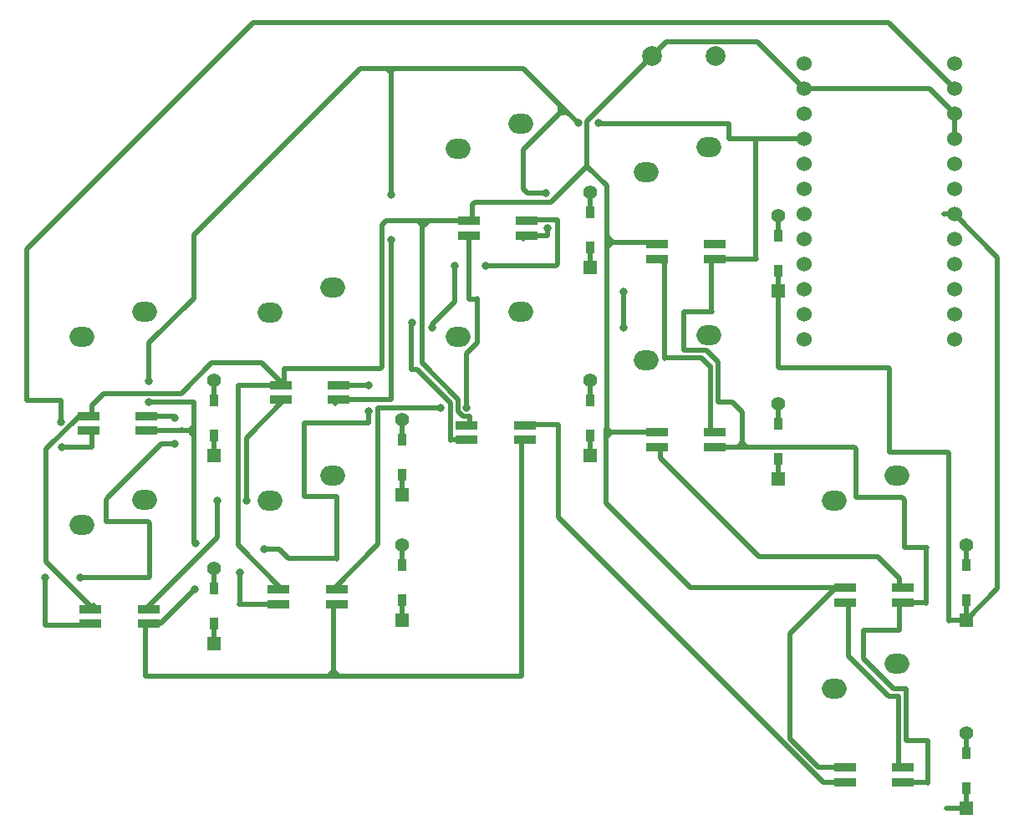
<source format=gbr>
G04 #@! TF.GenerationSoftware,KiCad,Pcbnew,7.0.9*
G04 #@! TF.CreationDate,2023-11-17T20:11:09+09:00*
G04 #@! TF.ProjectId,Assemble,41737365-6d62-46c6-952e-6b696361645f,rev?*
G04 #@! TF.SameCoordinates,Original*
G04 #@! TF.FileFunction,Copper,L2,Bot*
G04 #@! TF.FilePolarity,Positive*
%FSLAX46Y46*%
G04 Gerber Fmt 4.6, Leading zero omitted, Abs format (unit mm)*
G04 Created by KiCad (PCBNEW 7.0.9) date 2023-11-17 20:11:09*
%MOMM*%
%LPD*%
G01*
G04 APERTURE LIST*
G04 #@! TA.AperFunction,ComponentPad*
%ADD10C,2.000000*%
G04 #@! TD*
G04 #@! TA.AperFunction,SMDPad,CuDef*
%ADD11R,2.200000X0.820000*%
G04 #@! TD*
G04 #@! TA.AperFunction,ComponentPad*
%ADD12R,1.397000X1.397000*%
G04 #@! TD*
G04 #@! TA.AperFunction,SMDPad,CuDef*
%ADD13R,0.950000X1.300000*%
G04 #@! TD*
G04 #@! TA.AperFunction,ComponentPad*
%ADD14C,1.397000*%
G04 #@! TD*
G04 #@! TA.AperFunction,ComponentPad*
%ADD15O,2.500000X2.000000*%
G04 #@! TD*
G04 #@! TA.AperFunction,ComponentPad*
%ADD16C,1.524000*%
G04 #@! TD*
G04 #@! TA.AperFunction,ViaPad*
%ADD17C,0.800000*%
G04 #@! TD*
G04 #@! TA.AperFunction,Conductor*
%ADD18C,0.500000*%
G04 #@! TD*
G04 APERTURE END LIST*
D10*
X91356250Y-107156250D03*
X84856250Y-107156250D03*
D11*
X53175000Y-140493750D03*
X47275000Y-140493750D03*
X47275000Y-141993750D03*
X53175000Y-141993750D03*
D12*
X78581250Y-128587500D03*
D13*
X78581250Y-126552500D03*
X78581250Y-123002500D03*
D14*
X78581250Y-120967500D03*
D11*
X33687500Y-143625000D03*
X27787500Y-143625000D03*
X27787500Y-145125000D03*
X33687500Y-145125000D03*
D12*
X59531250Y-164306250D03*
D13*
X59531250Y-162271250D03*
X59531250Y-158721250D03*
D14*
X59531250Y-156686250D03*
D15*
X27146250Y-135572500D03*
X33496250Y-133032500D03*
D11*
X91275000Y-126250000D03*
X85375000Y-126250000D03*
X85375000Y-127750000D03*
X91275000Y-127750000D03*
X72006250Y-144550000D03*
X66106250Y-144550000D03*
X66106250Y-146050000D03*
X72006250Y-146050000D03*
D12*
X97631250Y-150018750D03*
D13*
X97631250Y-147983750D03*
X97631250Y-144433750D03*
D14*
X97631250Y-142398750D03*
D12*
X40481250Y-147637500D03*
D13*
X40481250Y-145602500D03*
X40481250Y-142052500D03*
D14*
X40481250Y-140017500D03*
D15*
X65246250Y-135572500D03*
X71596250Y-133032500D03*
D12*
X116681250Y-164306250D03*
D13*
X116681250Y-162271250D03*
X116681250Y-158721250D03*
D14*
X116681250Y-156686250D03*
D12*
X116681250Y-183356250D03*
D13*
X116681250Y-181321250D03*
X116681250Y-177771250D03*
D14*
X116681250Y-175736250D03*
D11*
X72225000Y-123825000D03*
X66325000Y-123825000D03*
X66325000Y-125325000D03*
X72225000Y-125325000D03*
X110325000Y-179212500D03*
X104425000Y-179212500D03*
X104425000Y-180712500D03*
X110325000Y-180712500D03*
X110325000Y-161000000D03*
X104425000Y-161000000D03*
X104425000Y-162500000D03*
X110325000Y-162500000D03*
X33906250Y-163175000D03*
X28006250Y-163175000D03*
X28006250Y-164675000D03*
X33906250Y-164675000D03*
X52956250Y-161175000D03*
X47056250Y-161175000D03*
X47056250Y-162675000D03*
X52956250Y-162675000D03*
D15*
X46196250Y-133191250D03*
X52546250Y-130651250D03*
X27146250Y-154622500D03*
X33496250Y-152082500D03*
X84296250Y-118903750D03*
X90646250Y-116363750D03*
X103346250Y-152241250D03*
X109696250Y-149701250D03*
X46196250Y-152241250D03*
X52546250Y-149701250D03*
X84296250Y-137953750D03*
X90646250Y-135413750D03*
D12*
X59531250Y-151635000D03*
D13*
X59531250Y-149600000D03*
X59531250Y-146050000D03*
D14*
X59531250Y-144015000D03*
D12*
X97631250Y-130968750D03*
D13*
X97631250Y-128933750D03*
X97631250Y-125383750D03*
D14*
X97631250Y-123348750D03*
D11*
X91275000Y-145300000D03*
X85375000Y-145300000D03*
X85375000Y-146800000D03*
X91275000Y-146800000D03*
D12*
X40481250Y-166687500D03*
D13*
X40481250Y-164652500D03*
X40481250Y-161102500D03*
D14*
X40481250Y-159067500D03*
D12*
X78581250Y-147637500D03*
D13*
X78581250Y-145602500D03*
X78581250Y-142052500D03*
D14*
X78581250Y-140017500D03*
D15*
X103346250Y-171291250D03*
X109696250Y-168751250D03*
X65246250Y-116522500D03*
X71596250Y-113982500D03*
D16*
X115550000Y-107960000D03*
X115550000Y-110500000D03*
X115550000Y-113040000D03*
X115550000Y-115580000D03*
X115550000Y-118120000D03*
X115550000Y-120660000D03*
X115550000Y-123200000D03*
X115550000Y-125740000D03*
X115550000Y-128280000D03*
X115550000Y-130820000D03*
X115550000Y-133360000D03*
X115550000Y-135900000D03*
X100310000Y-135900000D03*
X100310000Y-133360000D03*
X100310000Y-130820000D03*
X100310000Y-128280000D03*
X100310000Y-125740000D03*
X100310000Y-123200000D03*
X100310000Y-120660000D03*
X100310000Y-118120000D03*
X100310000Y-115580000D03*
X100310000Y-113040000D03*
X100310000Y-110500000D03*
X100310000Y-107960000D03*
D17*
X82000000Y-131040000D03*
X82000000Y-134680000D03*
X38620000Y-156530000D03*
X58500000Y-121210000D03*
X74280000Y-124599500D03*
X74140000Y-121070000D03*
X58500000Y-125750000D03*
X79440000Y-113970000D03*
X33960000Y-140060000D03*
X38570000Y-161170000D03*
X77425500Y-113970545D03*
X33900000Y-142189500D03*
X36580000Y-146450000D03*
X23410000Y-159970000D03*
X27010000Y-160000000D03*
X36580000Y-143800000D03*
X25090000Y-146760000D03*
X25035562Y-144265562D03*
X40820000Y-152240000D03*
X43809500Y-152240000D03*
X56160000Y-140500000D03*
X43120000Y-159510000D03*
X45580000Y-157080000D03*
X43120000Y-159510000D03*
X56200000Y-143110000D03*
X66110000Y-142770000D03*
X63490000Y-142830000D03*
X62589067Y-134710442D03*
X60600000Y-134130000D03*
X68060000Y-128390000D03*
X64910000Y-128430000D03*
D18*
X40481250Y-142052500D02*
X40481250Y-140017500D01*
X97631250Y-130968750D02*
X97631250Y-138651250D01*
X114820000Y-147330000D02*
X114970000Y-147480000D01*
X119890000Y-127540000D02*
X119890000Y-161097500D01*
X115550000Y-123200000D02*
X114472370Y-123200000D01*
X115550000Y-123200000D02*
X119890000Y-127540000D01*
X114970000Y-164360000D02*
X115023750Y-164306250D01*
X108840000Y-138770000D02*
X108940000Y-138870000D01*
X108940000Y-147330000D02*
X114820000Y-147330000D01*
X115023750Y-164306250D02*
X116681250Y-164306250D01*
X40481250Y-147637500D02*
X40481250Y-145602500D01*
X114970000Y-147480000D02*
X114970000Y-164360000D01*
X108940000Y-138870000D02*
X108940000Y-147330000D01*
X119890000Y-161097500D02*
X116681250Y-164306250D01*
X59531250Y-149600000D02*
X59531250Y-151635000D01*
X82000000Y-134680000D02*
X82000000Y-131040000D01*
X97750000Y-138770000D02*
X108840000Y-138770000D01*
X97631250Y-128933750D02*
X97631250Y-130968750D01*
X97631250Y-138651250D02*
X97750000Y-138770000D01*
X116681250Y-164306250D02*
X116681250Y-162271250D01*
X78581250Y-128587500D02*
X78581250Y-126552500D01*
X40481250Y-159067500D02*
X40481250Y-161102500D01*
X78581250Y-145602500D02*
X78581250Y-147637500D01*
X116681250Y-181321250D02*
X116681250Y-183356250D01*
X40481250Y-164652500D02*
X40481250Y-166687500D01*
X114686250Y-183356250D02*
X116681250Y-183356250D01*
X115680000Y-125740000D02*
X115720000Y-125700000D01*
X59531250Y-162271250D02*
X59531250Y-164306250D01*
X115550000Y-125740000D02*
X115680000Y-125740000D01*
X97631250Y-150018750D02*
X97631250Y-147983750D01*
X59531250Y-144015000D02*
X59531250Y-146050000D01*
X59531250Y-156686250D02*
X59531250Y-158721250D01*
X78581250Y-123002500D02*
X78581250Y-120967500D01*
X78581250Y-140017500D02*
X78581250Y-142052500D01*
X97631250Y-123348750D02*
X97631250Y-125383750D01*
X97631250Y-144433750D02*
X97631250Y-142398750D01*
X116681250Y-158721250D02*
X116681250Y-156686250D01*
X116681250Y-175736250D02*
X116681250Y-177771250D01*
X71640000Y-146066250D02*
X71640000Y-170000000D01*
X74140000Y-121070000D02*
X72270000Y-121070000D01*
X92710000Y-114010000D02*
X79480000Y-114010000D01*
X74330000Y-124649500D02*
X74280000Y-124599500D01*
X33556250Y-164675000D02*
X33556250Y-169986250D01*
X90925000Y-127750000D02*
X90925000Y-133015000D01*
X93980000Y-146350000D02*
X93580000Y-146750000D01*
X38520000Y-145100000D02*
X38520000Y-145670000D01*
X58500000Y-108820000D02*
X58070000Y-108390000D01*
X94460000Y-146760000D02*
X94050000Y-146760000D01*
X58500000Y-108390000D02*
X58070000Y-108390000D01*
X38140000Y-145125000D02*
X38140000Y-145030000D01*
X94040000Y-146350000D02*
X94050000Y-146350000D01*
X100310000Y-115580000D02*
X95490000Y-115580000D01*
X90925000Y-127750000D02*
X92031250Y-127750000D01*
X90390000Y-136980000D02*
X91580000Y-138170000D01*
X110190000Y-151860000D02*
X105550000Y-151860000D01*
X33337500Y-145125000D02*
X37155000Y-145125000D01*
X53130000Y-170000000D02*
X52110000Y-170000000D01*
X38520000Y-142230000D02*
X38520000Y-144650000D01*
X38460000Y-125270000D02*
X38460000Y-131740000D01*
X58070000Y-108390000D02*
X55340000Y-108390000D01*
X33337500Y-145256250D02*
X33337500Y-145125000D01*
X52606250Y-169210000D02*
X52606250Y-169503750D01*
X110630000Y-176500000D02*
X110590000Y-176460000D01*
X91580000Y-142170000D02*
X93000000Y-142170000D01*
X38140000Y-145030000D02*
X38140000Y-145290000D01*
X75577478Y-112122522D02*
X71844955Y-108390000D01*
X58500000Y-108960000D02*
X58500000Y-108820000D01*
X53137500Y-162675000D02*
X52606250Y-162675000D01*
X38570000Y-161170000D02*
X35065000Y-164675000D01*
X110440000Y-156900000D02*
X110440000Y-152110000D01*
X52825000Y-141993750D02*
X58376250Y-141993750D01*
X71875000Y-125325000D02*
X74285000Y-125325000D01*
X91580000Y-138170000D02*
X91580000Y-142170000D01*
X38479500Y-142189500D02*
X38520000Y-142230000D01*
X74285000Y-125325000D02*
X74330000Y-125370000D01*
X33556250Y-169986250D02*
X33570000Y-170000000D01*
X109975000Y-165255000D02*
X109975000Y-162500000D01*
X112840000Y-176500000D02*
X110630000Y-176500000D01*
X38495000Y-145125000D02*
X38520000Y-145100000D01*
X52606250Y-169210000D02*
X52606250Y-162675000D01*
X88130000Y-136950000D02*
X88160000Y-136980000D01*
X74330000Y-125370000D02*
X74330000Y-124649500D01*
X90935000Y-127760000D02*
X90925000Y-127750000D01*
X90975000Y-146750000D02*
X90925000Y-146800000D01*
X95470000Y-127760000D02*
X90935000Y-127760000D01*
X71656250Y-146050000D02*
X71640000Y-146066250D01*
X88160000Y-136980000D02*
X90390000Y-136980000D01*
X58376250Y-141993750D02*
X58450000Y-141920000D01*
X71844955Y-108390000D02*
X58790000Y-108390000D01*
X112630000Y-162580000D02*
X112630000Y-157050000D01*
X58500000Y-108960000D02*
X58500000Y-108680000D01*
X79480000Y-114010000D02*
X79440000Y-113970000D01*
X38140000Y-145125000D02*
X38495000Y-145125000D01*
X33570000Y-170000000D02*
X52110000Y-170000000D01*
X75577478Y-112932522D02*
X76007478Y-112932522D01*
X58450000Y-125800000D02*
X58500000Y-125750000D01*
X112840000Y-180800000D02*
X112840000Y-176500000D01*
X38520000Y-145670000D02*
X38520000Y-156430000D01*
X93580000Y-146750000D02*
X90975000Y-146750000D01*
X35065000Y-164675000D02*
X33556250Y-164675000D01*
X52606250Y-169503750D02*
X52110000Y-170000000D01*
X52606250Y-169210000D02*
X52606250Y-169476250D01*
X38520000Y-144650000D02*
X38520000Y-145100000D01*
X110480000Y-156940000D02*
X110440000Y-156900000D01*
X72270000Y-121070000D02*
X71840000Y-120640000D01*
X37280000Y-145000000D02*
X37155000Y-145125000D01*
X95480000Y-115570000D02*
X92710000Y-115570000D01*
X110440000Y-152110000D02*
X110190000Y-151860000D01*
X94050000Y-146350000D02*
X94460000Y-146760000D01*
X110590000Y-171240000D02*
X109390000Y-171240000D01*
X58500000Y-121210000D02*
X58500000Y-108960000D01*
X71640000Y-170000000D02*
X53130000Y-170000000D01*
X95490000Y-115580000D02*
X95420000Y-115510000D01*
X110590000Y-176460000D02*
X110590000Y-171240000D01*
X58500000Y-108960000D02*
X58500000Y-108390000D01*
X75577478Y-112932522D02*
X75577478Y-112122522D01*
X105550000Y-146930000D02*
X105380000Y-146760000D01*
X76197478Y-112742522D02*
X75577478Y-112122522D01*
X94040000Y-146350000D02*
X94040000Y-146750000D01*
X109920000Y-165310000D02*
X109975000Y-165255000D01*
X112752500Y-180712500D02*
X112840000Y-180800000D01*
X109975000Y-162500000D02*
X112550000Y-162500000D01*
X58450000Y-141920000D02*
X58450000Y-125800000D01*
X58500000Y-108680000D02*
X58790000Y-108390000D01*
X109975000Y-180712500D02*
X112752500Y-180712500D01*
X38520000Y-156430000D02*
X38620000Y-156530000D01*
X105380000Y-146760000D02*
X94460000Y-146760000D01*
X58790000Y-108390000D02*
X58500000Y-108390000D01*
X90980000Y-133070000D02*
X88130000Y-133070000D01*
X88130000Y-133070000D02*
X88130000Y-136950000D01*
X38140000Y-145030000D02*
X38520000Y-144650000D01*
X38140000Y-145290000D02*
X38520000Y-145670000D01*
X112630000Y-157050000D02*
X112740000Y-156940000D01*
X71840000Y-120640000D02*
X71840000Y-116670000D01*
X76007478Y-112932522D02*
X76197478Y-112742522D01*
X90925000Y-133015000D02*
X90980000Y-133070000D01*
X71840000Y-116670000D02*
X75577478Y-112932522D01*
X92710000Y-115570000D02*
X92710000Y-114010000D01*
X77425500Y-113970545D02*
X76197478Y-112742522D01*
X94050000Y-146760000D02*
X94040000Y-146750000D01*
X105550000Y-151860000D02*
X105550000Y-146930000D01*
X95490000Y-115580000D02*
X95480000Y-115570000D01*
X52825000Y-141993750D02*
X52825000Y-142347303D01*
X38460000Y-131740000D02*
X33960000Y-136240000D01*
X52606250Y-169476250D02*
X53130000Y-170000000D01*
X71875000Y-125325000D02*
X71875000Y-125678553D01*
X94040000Y-143210000D02*
X94040000Y-146350000D01*
X112740000Y-156940000D02*
X110480000Y-156940000D01*
X94040000Y-146750000D02*
X93580000Y-146750000D01*
X55340000Y-108390000D02*
X38460000Y-125270000D01*
X95420000Y-127710000D02*
X95470000Y-127760000D01*
X106330000Y-165310000D02*
X109920000Y-165310000D01*
X106330000Y-168180000D02*
X106330000Y-165310000D01*
X109390000Y-171240000D02*
X106330000Y-168180000D01*
X37155000Y-145125000D02*
X38140000Y-145125000D01*
X33960000Y-136240000D02*
X33960000Y-140060000D01*
X112550000Y-162500000D02*
X112630000Y-162580000D01*
X95420000Y-115510000D02*
X95420000Y-127710000D01*
X93000000Y-142170000D02*
X94040000Y-143210000D01*
X94040000Y-146350000D02*
X93980000Y-146350000D01*
X33900000Y-142189500D02*
X38479500Y-142189500D01*
X35200000Y-146450000D02*
X29850000Y-151800000D01*
X29560000Y-154290000D02*
X33810000Y-154290000D01*
X23410000Y-159970000D02*
X23410000Y-164850000D01*
X29850000Y-151800000D02*
X29560000Y-152090000D01*
X33337500Y-143625000D02*
X36405000Y-143625000D01*
X36580000Y-146450000D02*
X35200000Y-146450000D01*
X36405000Y-143625000D02*
X36580000Y-143800000D01*
X28181250Y-164850000D02*
X28356250Y-164675000D01*
X33810000Y-154290000D02*
X34030000Y-154510000D01*
X34030000Y-154510000D02*
X34030000Y-159900000D01*
X34030000Y-159900000D02*
X33930000Y-160000000D01*
X23410000Y-164850000D02*
X28181250Y-164850000D01*
X33930000Y-160000000D02*
X27010000Y-160000000D01*
X29560000Y-152090000D02*
X29560000Y-154290000D01*
X80280000Y-126060000D02*
X80970000Y-126060000D01*
X47406250Y-161175000D02*
X42960000Y-156728750D01*
X74640000Y-121950000D02*
X78275000Y-118315000D01*
X80280000Y-144940000D02*
X80640000Y-145300000D01*
X103515000Y-161000000D02*
X104775000Y-161000000D01*
X61740000Y-124335000D02*
X62250000Y-123825000D01*
X104775000Y-179212500D02*
X101712500Y-179212500D01*
X98870000Y-165645000D02*
X103515000Y-161000000D01*
X26877500Y-143625000D02*
X28137500Y-143625000D01*
X28356250Y-163175000D02*
X28356250Y-162821447D01*
X61740000Y-124350000D02*
X61740000Y-123825000D01*
X37180000Y-141340000D02*
X40300000Y-138220000D01*
X57560000Y-124240000D02*
X57975000Y-123825000D01*
X78275000Y-113737500D02*
X84856250Y-107156250D01*
X100310000Y-110500000D02*
X113010000Y-110500000D01*
X80970000Y-126060000D02*
X80950000Y-126060000D01*
X61200000Y-123825000D02*
X61740000Y-123825000D01*
X47625000Y-138790000D02*
X57410000Y-138790000D01*
X78275000Y-118315000D02*
X78275000Y-118170000D01*
X80270000Y-145810000D02*
X80270000Y-144950000D01*
X61580000Y-138260000D02*
X65260000Y-141940000D01*
X28137500Y-143625000D02*
X28137500Y-142532500D01*
X23540000Y-146962500D02*
X26877500Y-143625000D01*
X80280000Y-125390000D02*
X80280000Y-126060000D01*
X28137500Y-142532500D02*
X29330000Y-141340000D01*
X80780000Y-145300000D02*
X80270000Y-145810000D01*
X80970000Y-126060000D02*
X85535000Y-126060000D01*
X80890000Y-145300000D02*
X85725000Y-145300000D01*
X88820000Y-161000000D02*
X80270000Y-152450000D01*
X78275000Y-118315000D02*
X80280000Y-120320000D01*
X28356250Y-163175000D02*
X23540000Y-158358750D01*
X42960000Y-140520000D02*
X47598750Y-140520000D01*
X80280000Y-126590000D02*
X80280000Y-144940000D01*
X104775000Y-161000000D02*
X88820000Y-161000000D01*
X61580000Y-123985000D02*
X61580000Y-138260000D01*
X57410000Y-138790000D02*
X57560000Y-138640000D01*
X80890000Y-145300000D02*
X80780000Y-145300000D01*
X57560000Y-138640000D02*
X57560000Y-124240000D01*
X66675000Y-123825000D02*
X66675000Y-122255000D01*
X101712500Y-179212500D02*
X98870000Y-176370000D01*
X42960000Y-156728750D02*
X42960000Y-140520000D01*
X61740000Y-124350000D02*
X61740000Y-124335000D01*
X98870000Y-176370000D02*
X98870000Y-165645000D01*
X80280000Y-126060000D02*
X80280000Y-126590000D01*
X80950000Y-126060000D02*
X80280000Y-125390000D01*
X40300000Y-138220000D02*
X45351250Y-138220000D01*
X80640000Y-145300000D02*
X80890000Y-145300000D01*
X66980000Y-121950000D02*
X74640000Y-121950000D01*
X80280000Y-120320000D02*
X80280000Y-125390000D01*
X85535000Y-126060000D02*
X85725000Y-126250000D01*
X45351250Y-138220000D02*
X47625000Y-140493750D01*
X61725000Y-124350000D02*
X61200000Y-123825000D01*
X29330000Y-141340000D02*
X37180000Y-141340000D01*
X47598750Y-140520000D02*
X47625000Y-140493750D01*
X86306250Y-105706250D02*
X95516250Y-105706250D01*
X47625000Y-140493750D02*
X47625000Y-138790000D01*
X80970000Y-126060000D02*
X80810000Y-126060000D01*
X95516250Y-105706250D02*
X100310000Y-110500000D01*
X61740000Y-123825000D02*
X62250000Y-123825000D01*
X66675000Y-122255000D02*
X66980000Y-121950000D01*
X80810000Y-126060000D02*
X80280000Y-126590000D01*
X65260000Y-143122082D02*
X65757918Y-143620000D01*
X23540000Y-158358750D02*
X23540000Y-146962500D01*
X80270000Y-144950000D02*
X80280000Y-144940000D01*
X113010000Y-110500000D02*
X115550000Y-113040000D01*
X78275000Y-118315000D02*
X78275000Y-113737500D01*
X65260000Y-141940000D02*
X65260000Y-143122082D01*
X66456250Y-143620000D02*
X66456250Y-144550000D01*
X84856250Y-107156250D02*
X86306250Y-105706250D01*
X115550000Y-113040000D02*
X115550000Y-115580000D01*
X57975000Y-123825000D02*
X61200000Y-123825000D01*
X61740000Y-123825000D02*
X61580000Y-123985000D01*
X62250000Y-123825000D02*
X66675000Y-123825000D01*
X61740000Y-124350000D02*
X61725000Y-124350000D01*
X65757918Y-143620000D02*
X66456250Y-143620000D01*
X80270000Y-152450000D02*
X80270000Y-145810000D01*
X28080000Y-146760000D02*
X28137500Y-146817500D01*
X108820000Y-103740000D02*
X44530000Y-103740000D01*
X25090000Y-146760000D02*
X28080000Y-146760000D01*
X21570000Y-126700000D02*
X21570000Y-142060000D01*
X115640000Y-110560000D02*
X108820000Y-103740000D01*
X115550000Y-110500000D02*
X115610000Y-110560000D01*
X24990000Y-144220000D02*
X25035562Y-144265562D01*
X21570000Y-142060000D02*
X24990000Y-142060000D01*
X115610000Y-110560000D02*
X115640000Y-110560000D01*
X24990000Y-142060000D02*
X24990000Y-144220000D01*
X44530000Y-103740000D02*
X21570000Y-126700000D01*
X28137500Y-146817500D02*
X28137500Y-145125000D01*
X33556250Y-163175000D02*
X40820000Y-155911250D01*
X43809500Y-152240000D02*
X43800000Y-152230500D01*
X43800000Y-145818750D02*
X47625000Y-141993750D01*
X40820000Y-155911250D02*
X40820000Y-152240000D01*
X43800000Y-152230500D02*
X43800000Y-145818750D01*
X52831250Y-140500000D02*
X52825000Y-140493750D01*
X49690000Y-151820000D02*
X49690000Y-144350000D01*
X47406250Y-162675000D02*
X43075000Y-162675000D01*
X52940000Y-151790000D02*
X49720000Y-151790000D01*
X49720000Y-151790000D02*
X49690000Y-151820000D01*
X48100000Y-158070000D02*
X52980000Y-158070000D01*
X53010000Y-151860000D02*
X52940000Y-151790000D01*
X43120000Y-162600000D02*
X43120000Y-159510000D01*
X43075000Y-162675000D02*
X43060000Y-162660000D01*
X52980000Y-158070000D02*
X53010000Y-158100000D01*
X56160000Y-140500000D02*
X52831250Y-140500000D01*
X47110000Y-157080000D02*
X48100000Y-158070000D01*
X43060000Y-162660000D02*
X43120000Y-162600000D01*
X53010000Y-158100000D02*
X53010000Y-151860000D01*
X45580000Y-157080000D02*
X47110000Y-157080000D01*
X49690000Y-144350000D02*
X49630000Y-144290000D01*
X56200000Y-144290000D02*
X56200000Y-143110000D01*
X49630000Y-144290000D02*
X56200000Y-144290000D01*
X57150000Y-156610000D02*
X57150000Y-142830000D01*
X57180000Y-142800000D02*
X63460000Y-142800000D01*
X57150000Y-142830000D02*
X57180000Y-142800000D01*
X52606250Y-161153750D02*
X57150000Y-156610000D01*
X66110000Y-137260000D02*
X67210000Y-136160000D01*
X67130000Y-131770000D02*
X66330000Y-131770000D01*
X63460000Y-142800000D02*
X63490000Y-142830000D01*
X67160000Y-131740000D02*
X67130000Y-131770000D01*
X66110000Y-142770000D02*
X66110000Y-137260000D01*
X67210000Y-131790000D02*
X67160000Y-131740000D01*
X66330000Y-131770000D02*
X66330000Y-125670000D01*
X67210000Y-136160000D02*
X67210000Y-131790000D01*
X52606250Y-161175000D02*
X52606250Y-161153750D01*
X66330000Y-125670000D02*
X66675000Y-125325000D01*
X62589067Y-134330933D02*
X64910000Y-132010000D01*
X68060000Y-128390000D02*
X75140000Y-128390000D01*
X64550000Y-146050000D02*
X64470000Y-146130000D01*
X62589067Y-134710442D02*
X62589067Y-134330933D01*
X75140000Y-128390000D02*
X75290000Y-128240000D01*
X64910000Y-132010000D02*
X64910000Y-128430000D01*
X75290000Y-123750000D02*
X71950000Y-123750000D01*
X64380000Y-142210000D02*
X61080000Y-138910000D01*
X61080000Y-138910000D02*
X60500000Y-138910000D01*
X71950000Y-123750000D02*
X71875000Y-123825000D01*
X60500000Y-134230000D02*
X60600000Y-134130000D01*
X60500000Y-138910000D02*
X60500000Y-134230000D01*
X75290000Y-128240000D02*
X75290000Y-123750000D01*
X64470000Y-146130000D02*
X64470000Y-142300000D01*
X66456250Y-146050000D02*
X64550000Y-146050000D01*
X64470000Y-142300000D02*
X64380000Y-142210000D01*
X75420000Y-144470000D02*
X71736250Y-144470000D01*
X71736250Y-144470000D02*
X71656250Y-144550000D01*
X75420000Y-153909950D02*
X75420000Y-144470000D01*
X104775000Y-180712500D02*
X102222550Y-180712500D01*
X102222550Y-180712500D02*
X75420000Y-153909950D01*
X104810000Y-162535000D02*
X104775000Y-162500000D01*
X109975000Y-179212500D02*
X109830000Y-179067500D01*
X104810000Y-167949466D02*
X104810000Y-162535000D01*
X108870534Y-172010000D02*
X104810000Y-167949466D01*
X109830000Y-179067500D02*
X109830000Y-172010000D01*
X109830000Y-172010000D02*
X108870534Y-172010000D01*
X95740000Y-157900000D02*
X85725000Y-147885000D01*
X85725000Y-147885000D02*
X85725000Y-146800000D01*
X107775000Y-157900000D02*
X95740000Y-157900000D01*
X109975000Y-160100000D02*
X107775000Y-157900000D01*
X109975000Y-161000000D02*
X109975000Y-160100000D01*
X90780000Y-138570000D02*
X90750000Y-138570000D01*
X90750000Y-138570000D02*
X89890000Y-137710000D01*
X89890000Y-137710000D02*
X86250000Y-137710000D01*
X90925000Y-145300000D02*
X90780000Y-145155000D01*
X86250000Y-137710000D02*
X86190000Y-137770000D01*
X86190000Y-137770000D02*
X86190000Y-128215000D01*
X90780000Y-145155000D02*
X90780000Y-138570000D01*
X86190000Y-128215000D02*
X85725000Y-127750000D01*
M02*

</source>
